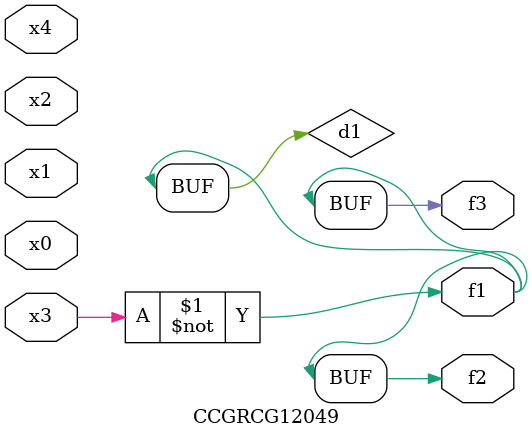
<source format=v>
module CCGRCG12049(
	input x0, x1, x2, x3, x4,
	output f1, f2, f3
);

	wire d1, d2;

	xnor (d1, x3);
	not (d2, x1);
	assign f1 = d1;
	assign f2 = d1;
	assign f3 = d1;
endmodule

</source>
